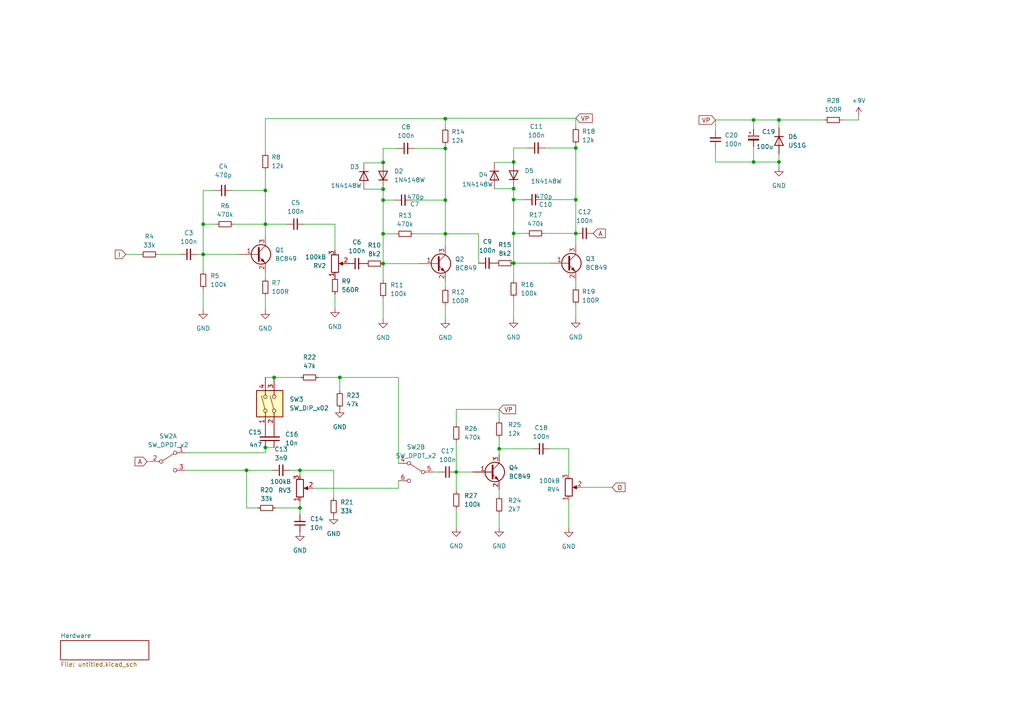
<source format=kicad_sch>
(kicad_sch (version 20230121) (generator eeschema)
  (paper "A4")
  (title_block (title "BMP - Mudbunny - Big Muff Pi") (date "2023-07-02") (rev "0.1"))
  (lib_symbols
    (symbol "Device:C_Polarized_Small" (pin_numbers hide) (pin_names (offset 0.254) hide)
      (property "Reference" "C" (at 0.254 1.778 0))
      (property "Value" "C_Polarized_Small" (at 0.254 -2.032 0))
      (symbol "C_Polarized_Small_0_1"
        (rectangle (start -1.524 -0.3048) (end 1.524 -0.6858) (fill (type outline)))
        (rectangle (start -1.524 0.6858) (end 1.524 0.3048))
        (polyline (pts (xy -1.27 1.524) (xy -0.762 1.524)))
        (polyline (pts (xy -1.016 1.27) (xy -1.016 1.778)))
      )
      (symbol "C_Polarized_Small_1_1"
        (pin passive line (at 0 2.54 270) (length 1.8542) (name "~") (number "1"))
        (pin passive line (at 0 -2.54 90) (length 1.8542) (name "~") (number "2"))
      )
    )
    (symbol "Device:C_Small" (pin_numbers hide) (pin_names (offset 0.254) hide)
      (property "Reference" "C" (at 0.254 1.778 0))
      (property "Value" "C_Small" (at 0.254 -2.032 0))
      (symbol "C_Small_0_1"
        (polyline (pts (xy -1.524 -0.508) (xy 1.524 -0.508)) (stroke (width 0.3302)))
        (polyline (pts (xy -1.524 0.508) (xy 1.524 0.508)) (stroke (width 0.3048)))
      )
      (symbol "C_Small_1_1"
        (pin passive line (at 0 2.54 270) (length 2.032) (name "~") (number "1"))
        (pin passive line (at 0 -2.54 90) (length 2.032) (name "~") (number "2"))
      )
    )
    (symbol "Device:R_Potentiometer" (pin_names (offset 1.016) hide)
      (property "Reference" "RV" (at -4.445 0 90))
      (property "Value" "R_Potentiometer" (at -2.54 0 90))
      (symbol "R_Potentiometer_0_1"
        (polyline (pts (xy 2.54 0) (xy 1.524 0)))
        (polyline (pts (xy 1.143 0) (xy 2.286 0.508) (xy 2.286 -0.508) (xy 1.143 0)) (fill (type outline)))
        (rectangle (start 1.016 2.54) (end -1.016 -2.54) (stroke (width 0.254)))
      )
      (symbol "R_Potentiometer_1_1"
        (pin passive line (at 0 3.81 270) (length 1.27) (name "1") (number "1"))
        (pin passive line (at 3.81 0 180) (length 1.27) (name "2") (number "2"))
        (pin passive line (at 0 -3.81 90) (length 1.27) (name "3") (number "3"))
      )
    )
    (symbol "Device:R_Small" (pin_numbers hide) (pin_names (offset 0.254) hide)
      (property "Reference" "R" (at 0.762 0.508 0))
      (property "Value" "R_Small" (at 0.762 -1.016 0))
      (symbol "R_Small_0_1"
        (rectangle (start -0.762 1.778) (end 0.762 -1.778) (stroke (width 0.2032)))
      )
      (symbol "R_Small_1_1"
        (pin passive line (at 0 2.54 270) (length 0.762) (name "~") (number "1"))
        (pin passive line (at 0 -2.54 90) (length 0.762) (name "~") (number "2"))
      )
    )
    (symbol "Diode:1N4148W" (pin_numbers hide) (pin_names hide)
      (property "Reference" "D" (at 0 2.54 0))
      (property "Value" "1N4148W" (at 0 -2.54 0))
      (symbol "1N4148W_0_1"
        (polyline (pts (xy -1.27 1.27) (xy -1.27 -1.27)) (stroke (width 0.254)))
        (polyline (pts (xy 1.27 0) (xy -1.27 0)))
        (polyline (pts (xy 1.27 1.27) (xy 1.27 -1.27) (xy -1.27 0) (xy 1.27 1.27)) (stroke (width 0.254)))
      )
      (symbol "1N4148W_1_1"
        (pin passive line (at -3.81 0 0) (length 2.54) (name "K") (number "1"))
        (pin passive line (at 3.81 0 180) (length 2.54) (name "A") (number "2"))
      )
    )
    (symbol "Diode:US1G" (pin_numbers hide) (pin_names hide)
      (property "Reference" "D" (at 0 2.54 0))
      (property "Value" "US1G" (at 0 -2.54 0))
      (symbol "US1G_0_1"
        (polyline (pts (xy -1.27 1.27) (xy -1.27 -1.27)) (stroke (width 0.254)))
        (polyline (pts (xy 1.27 0) (xy -1.27 0)))
        (polyline (pts (xy 1.27 1.27) (xy 1.27 -1.27) (xy -1.27 0) (xy 1.27 1.27)) (stroke (width 0.254)))
      )
      (symbol "US1G_1_1"
        (pin passive line (at -3.81 0 0) (length 2.54) (name "K") (number "1"))
        (pin passive line (at 3.81 0 180) (length 2.54) (name "A") (number "2"))
      )
    )
    (symbol "Switch:SW_DIP_x02" (pin_names (offset 0) hide)
      (property "Reference" "SW" (at 0 6.35 0))
      (property "Value" "SW_DIP_x02" (at 0 -3.81 0))
      (symbol "SW_DIP_x02_0_0"
        (circle (center -2.032 0) (radius 0.508))
        (circle (center -2.032 2.54) (radius 0.508))
        (polyline (pts (xy -1.524 0.127) (xy 2.3622 1.1684)))
        (polyline (pts (xy -1.524 2.667) (xy 2.3622 3.7084)))
        (circle (center 2.032 0) (radius 0.508))
        (circle (center 2.032 2.54) (radius 0.508))
      )
      (symbol "SW_DIP_x02_0_1"
        (rectangle (start -3.81 5.08) (end 3.81 -2.54) (stroke (width 0.254)) (fill (type background)))
      )
      (symbol "SW_DIP_x02_1_1"
        (pin passive line (at -7.62 2.54 0) (length 5.08) (name "~") (number "1"))
        (pin passive line (at -7.62 0 0) (length 5.08) (name "~") (number "2"))
        (pin passive line (at 7.62 0 180) (length 5.08) (name "~") (number "3"))
        (pin passive line (at 7.62 2.54 180) (length 5.08) (name "~") (number "4"))
      )
    )
    (symbol "Switch:SW_DPDT_x2" (pin_names (offset 0) hide)
      (property "Reference" "SW" (at 0 4.318 0))
      (property "Value" "SW_DPDT_x2" (at 0 -5.08 0))
      (symbol "SW_DPDT_x2_0_0"
        (circle (center -2.032 0) (radius 0.508))
        (circle (center 2.032 -2.54) (radius 0.508))
      )
      (symbol "SW_DPDT_x2_0_1"
        (polyline (pts (xy -1.524 0.254) (xy 1.651 2.286)))
        (circle (center 2.032 2.54) (radius 0.508))
      )
      (symbol "SW_DPDT_x2_1_1"
        (pin passive line (at 5.08 2.54 180) (length 2.54) (name "A") (number "1"))
        (pin passive line (at -5.08 0 0) (length 2.54) (name "B") (number "2"))
        (pin passive line (at 5.08 -2.54 180) (length 2.54) (name "C") (number "3"))
      )
      (symbol "SW_DPDT_x2_2_1"
        (pin passive line (at 5.08 2.54 180) (length 2.54) (name "A") (number "4"))
        (pin passive line (at -5.08 0 0) (length 2.54) (name "B") (number "5"))
        (pin passive line (at 5.08 -2.54 180) (length 2.54) (name "C") (number "6"))
      )
    )
    (symbol "Transistor_BJT:BC849" (pin_names (offset 0) hide)
      (property "Reference" "Q" (at 5.08 1.905 0))
      (property "Value" "BC849" (at 5.08 0 0))
      (symbol "BC849_0_1"
        (polyline (pts (xy 0.635 0.635) (xy 2.54 2.54)))
        (polyline (pts (xy 0.635 -0.635) (xy 2.54 -2.54) (xy 2.54 -2.54)))
        (polyline (pts (xy 0.635 1.905) (xy 0.635 -1.905) (xy 0.635 -1.905)) (stroke (width 0.508)))
        (polyline (pts (xy 1.27 -1.778) (xy 1.778 -1.27) (xy 2.286 -2.286) (xy 1.27 -1.778) (xy 1.27 -1.778)) (fill (type outline)))
        (circle (center 1.27 0) (radius 2.8194) (stroke (width 0.254)))
      )
      (symbol "BC849_1_1"
        (pin input line (at -5.08 0 0) (length 5.715) (name "B") (number "1"))
        (pin passive line (at 2.54 -5.08 90) (length 2.54) (name "E") (number "2"))
        (pin passive line (at 2.54 5.08 270) (length 2.54) (name "C") (number "3"))
      )
    )
    (symbol "power:+9V" (power) (pin_names (offset 0))
      (property "Value" "+9V" (at 0 3.556 0))
      (symbol "+9V_0_1"
        (polyline (pts (xy -0.762 1.27) (xy 0 2.54)))
        (polyline (pts (xy 0 0) (xy 0 2.54)))
        (polyline (pts (xy 0 2.54) (xy 0.762 1.27)))
      )
      (symbol "+9V_1_1"
        (pin power_in line (at 0 0 90) (length 0) hide (name "+9V") (number "1"))
      )
    )
    (symbol "power:GND" (power) (pin_names (offset 0))
      (property "Value" "GND" (at 0 -3.81 0))
      (symbol "GND_0_1"
        (polyline (pts (xy 0 0) (xy 0 -1.27) (xy 1.27 -1.27) (xy 0 -2.54) (xy -1.27 -1.27) (xy 0 -1.27)))
      )
      (symbol "GND_1_1"
        (pin power_in line (at 0 0 270) (length 0) hide (name "GND") (number "1"))
      )
    )
  )
  (junction (at 129.159 43.053))
  (junction (at 167.005 42.926))
  (junction (at 98.552 109.474))
  (junction (at 111.125 47.117))
  (junction (at 144.78 130.175))
  (junction (at 218.567 34.798))
  (junction (at 148.971 76.327))
  (junction (at 76.962 65.024))
  (junction (at 167.005 57.912))
  (junction (at 225.933 46.99))
  (junction (at 129.159 34.417))
  (junction (at 148.971 57.912))
  (junction (at 76.962 129.794))
  (junction (at 111.125 58.039))
  (junction (at 148.971 67.691))
  (junction (at 129.159 58.039))
  (junction (at 86.995 136.398))
  (junction (at 148.971 46.99))
  (junction (at 79.502 109.474))
  (junction (at 218.567 46.99))
  (junction (at 71.501 136.398))
  (junction (at 58.928 65.024))
  (junction (at 167.005 67.691))
  (junction (at 58.928 73.787))
  (junction (at 111.125 76.454))
  (junction (at 132.334 136.906))
  (junction (at 76.962 55.245))
  (junction (at 86.995 147.32))
  (junction (at 111.125 54.864))
  (junction (at 129.159 67.818))
  (junction (at 225.933 34.798))
  (junction (at 111.125 67.818))
  (junction (at 148.971 54.737))
  (wire (pts (xy 111.125 47.117) (xy 111.125 43.053)))
  (wire (pts (xy 148.971 76.327) (xy 159.385 76.327)))
  (wire (pts (xy 76.962 34.417) (xy 129.159 34.417)))
  (wire (pts (xy 167.005 67.691) (xy 167.005 71.247)))
  (wire (pts (xy 148.971 42.926) (xy 153.035 42.926)))
  (wire (pts (xy 225.933 34.798) (xy 218.567 34.798)))
  (wire (pts (xy 143.383 47.117) (xy 148.971 47.117)))
  (wire (pts (xy 144.78 148.971) (xy 144.78 153.035)))
  (wire (pts (xy 71.501 136.398) (xy 71.501 147.32)))
  (wire (pts (xy 62.23 55.245) (xy 58.928 55.245)))
  (wire (pts (xy 111.125 76.454) (xy 111.125 67.818)))
  (wire (pts (xy 218.567 42.545) (xy 218.567 46.99)))
  (wire (pts (xy 120.269 43.053) (xy 129.159 43.053)))
  (wire (pts (xy 144.78 118.745) (xy 144.78 121.92)))
  (wire (pts (xy 76.962 65.024) (xy 83.185 65.024)))
  (wire (pts (xy 138.811 76.327) (xy 138.811 67.818)))
  (wire (pts (xy 111.125 58.039) (xy 111.125 67.818)))
  (wire (pts (xy 76.962 78.867) (xy 76.962 80.772)))
  (wire (pts (xy 225.933 34.798) (xy 225.933 37.084)))
  (wire (pts (xy 86.995 136.398) (xy 86.995 137.795)))
  (wire (pts (xy 97.155 65.024) (xy 97.155 72.644)))
  (wire (pts (xy 36.449 73.787) (xy 40.767 73.787)))
  (wire (pts (xy 111.125 43.053) (xy 115.189 43.053)))
  (wire (pts (xy 143.383 54.737) (xy 148.971 54.737)))
  (wire (pts (xy 115.57 134.366) (xy 115.57 109.474)))
  (wire (pts (xy 148.971 76.327) (xy 148.971 67.691)))
  (wire (pts (xy 244.221 34.798) (xy 249.047 34.798)))
  (wire (pts (xy 125.73 136.906) (xy 127.254 136.906)))
  (wire (pts (xy 78.994 136.398) (xy 71.501 136.398)))
  (wire (pts (xy 129.159 67.818) (xy 129.159 71.374)))
  (wire (pts (xy 132.334 118.745) (xy 144.78 118.745)))
  (wire (pts (xy 79.883 147.32) (xy 86.995 147.32)))
  (wire (pts (xy 76.962 49.403) (xy 76.962 55.245)))
  (wire (pts (xy 53.848 131.318) (xy 76.962 131.318)))
  (wire (pts (xy 71.501 147.32) (xy 74.803 147.32)))
  (wire (pts (xy 76.962 55.245) (xy 76.962 65.024)))
  (wire (pts (xy 96.774 136.398) (xy 96.774 144.399)))
  (wire (pts (xy 144.78 127) (xy 144.78 130.175)))
  (wire (pts (xy 144.78 130.175) (xy 144.78 131.826)))
  (wire (pts (xy 42.672 133.858) (xy 43.688 133.858)))
  (wire (pts (xy 148.971 54.737) (xy 148.971 57.912)))
  (wire (pts (xy 57.277 73.787) (xy 58.928 73.787)))
  (wire (pts (xy 164.973 153.162) (xy 164.973 145.161)))
  (wire (pts (xy 88.265 65.024) (xy 97.155 65.024)))
  (wire (pts (xy 148.971 46.99) (xy 148.971 42.926)))
  (wire (pts (xy 111.125 86.487) (xy 111.125 92.583)))
  (wire (pts (xy 86.995 147.32) (xy 86.995 145.415)))
  (wire (pts (xy 53.848 136.398) (xy 71.501 136.398)))
  (wire (pts (xy 86.995 136.398) (xy 96.774 136.398)))
  (wire (pts (xy 45.847 73.787) (xy 52.197 73.787)))
  (wire (pts (xy 249.047 33.655) (xy 249.047 34.798)))
  (wire (pts (xy 129.159 34.29) (xy 129.159 34.417)))
  (wire (pts (xy 58.928 73.787) (xy 58.928 65.024)))
  (wire (pts (xy 167.005 42.926) (xy 167.005 57.912)))
  (wire (pts (xy 58.928 65.024) (xy 62.738 65.024)))
  (wire (pts (xy 154.432 130.175) (xy 144.78 130.175)))
  (wire (pts (xy 76.962 131.318) (xy 76.962 129.794)))
  (wire (pts (xy 159.512 130.175) (xy 164.973 130.175)))
  (wire (pts (xy 148.971 86.36) (xy 148.971 92.456)))
  (wire (pts (xy 167.005 81.407) (xy 167.005 83.312)))
  (wire (pts (xy 76.962 44.323) (xy 76.962 34.417)))
  (wire (pts (xy 167.005 88.392) (xy 167.005 92.456)))
  (wire (pts (xy 132.334 153.035) (xy 132.334 147.574)))
  (wire (pts (xy 207.518 34.798) (xy 207.518 37.973)))
  (wire (pts (xy 148.971 57.912) (xy 148.971 67.691)))
  (wire (pts (xy 138.811 67.818) (xy 129.159 67.818)))
  (wire (pts (xy 218.567 34.798) (xy 207.518 34.798)))
  (wire (pts (xy 132.334 123.063) (xy 132.334 118.745)))
  (wire (pts (xy 76.962 129.794) (xy 79.502 129.794)))
  (wire (pts (xy 111.125 76.454) (xy 111.125 81.407)))
  (wire (pts (xy 58.928 78.74) (xy 58.928 73.787)))
  (wire (pts (xy 225.933 46.99) (xy 225.933 48.514)))
  (wire (pts (xy 129.159 58.039) (xy 129.159 67.818)))
  (wire (pts (xy 177.546 141.351) (xy 168.783 141.351)))
  (wire (pts (xy 111.125 54.864) (xy 111.125 58.039)))
  (wire (pts (xy 129.159 88.519) (xy 129.159 92.583)))
  (wire (pts (xy 90.805 141.605) (xy 115.57 141.605)))
  (wire (pts (xy 115.57 141.605) (xy 115.57 139.446)))
  (wire (pts (xy 129.159 81.534) (xy 129.159 83.439)))
  (wire (pts (xy 58.928 83.82) (xy 58.928 89.916)))
  (wire (pts (xy 58.928 73.787) (xy 69.342 73.787)))
  (wire (pts (xy 132.334 136.906) (xy 137.16 136.906)))
  (wire (pts (xy 105.537 47.244) (xy 111.125 47.244)))
  (wire (pts (xy 148.971 76.327) (xy 148.971 81.28)))
  (wire (pts (xy 144.78 141.986) (xy 144.78 143.891)))
  (wire (pts (xy 148.971 54.61) (xy 148.971 54.737)))
  (wire (pts (xy 239.141 34.798) (xy 225.933 34.798)))
  (wire (pts (xy 98.552 109.474) (xy 98.552 113.411)))
  (wire (pts (xy 76.962 85.852) (xy 76.962 89.916)))
  (wire (pts (xy 152.273 57.912) (xy 148.971 57.912)))
  (wire (pts (xy 111.125 47.244) (xy 111.125 47.117)))
  (wire (pts (xy 218.567 46.99) (xy 225.933 46.99)))
  (wire (pts (xy 119.507 58.039) (xy 129.159 58.039)))
  (wire (pts (xy 67.818 65.024) (xy 76.962 65.024)))
  (wire (pts (xy 207.518 46.99) (xy 218.567 46.99)))
  (wire (pts (xy 167.005 57.912) (xy 167.005 67.691)))
  (wire (pts (xy 58.928 55.245) (xy 58.928 65.024)))
  (wire (pts (xy 129.159 42.037) (xy 129.159 43.053)))
  (wire (pts (xy 84.074 136.398) (xy 86.995 136.398)))
  (wire (pts (xy 97.155 85.344) (xy 97.155 89.408)))
  (wire (pts (xy 167.005 34.29) (xy 129.159 34.29)))
  (wire (pts (xy 76.962 65.024) (xy 76.962 68.707)))
  (wire (pts (xy 92.329 109.474) (xy 98.552 109.474)))
  (wire (pts (xy 148.971 47.117) (xy 148.971 46.99)))
  (wire (pts (xy 132.334 128.143) (xy 132.334 136.906)))
  (wire (pts (xy 115.57 109.474) (xy 98.552 109.474)))
  (wire (pts (xy 129.159 43.053) (xy 129.159 58.039)))
  (wire (pts (xy 67.31 55.245) (xy 76.962 55.245)))
  (wire (pts (xy 76.962 109.474) (xy 79.502 109.474)))
  (wire (pts (xy 129.159 34.417) (xy 129.159 36.957)))
  (wire (pts (xy 148.971 67.691) (xy 152.781 67.691)))
  (wire (pts (xy 157.353 57.912) (xy 167.005 57.912)))
  (wire (pts (xy 86.995 147.32) (xy 86.995 149.225)))
  (wire (pts (xy 167.005 34.29) (xy 167.005 36.83)))
  (wire (pts (xy 79.502 109.474) (xy 87.249 109.474)))
  (wire (pts (xy 111.125 76.454) (xy 121.539 76.454)))
  (wire (pts (xy 105.537 54.864) (xy 111.125 54.864)))
  (wire (pts (xy 132.334 136.906) (xy 132.334 142.494)))
  (wire (pts (xy 157.861 67.691) (xy 167.005 67.691)))
  (wire (pts (xy 111.125 67.818) (xy 114.935 67.818)))
  (wire (pts (xy 111.125 54.737) (xy 111.125 54.864)))
  (wire (pts (xy 218.567 34.798) (xy 218.567 37.465)))
  (wire (pts (xy 158.115 42.926) (xy 167.005 42.926)))
  (wire (pts (xy 114.427 58.039) (xy 111.125 58.039)))
  (wire (pts (xy 167.005 41.91) (xy 167.005 42.926)))
  (wire (pts (xy 120.015 67.818) (xy 129.159 67.818)))
  (wire (pts (xy 225.933 44.704) (xy 225.933 46.99)))
  (wire (pts (xy 207.518 43.053) (xy 207.518 46.99)))
  (wire (pts (xy 164.973 130.175) (xy 164.973 137.541)))
  (global_label "O" (shape input) (at 177.546 141.351 0) (property "Intersheetrefs" "${INTERSHEET_REFS}" (effects hide)))
  (global_label "VP" (shape input) (at 144.78 118.745 0) (property "Intersheetrefs" "${INTERSHEET_REFS}" (effects hide)))
  (global_label "A" (shape input) (at 172.085 67.691 0) (property "Intersheetrefs" "${INTERSHEET_REFS}" (effects hide)))
  (global_label "VP" (shape input) (at 207.518 34.798 180) (property "Intersheetrefs" "${INTERSHEET_REFS}" (effects hide)))
  (global_label "I" (shape input) (at 36.449 73.787 180) (property "Intersheetrefs" "${INTERSHEET_REFS}" (effects hide)))
  (global_label "A" (shape input) (at 42.672 133.858 180) (property "Intersheetrefs" "${INTERSHEET_REFS}" (effects hide)))
  (global_label "VP" (shape input) (at 167.005 34.29 0) (property "Intersheetrefs" "${INTERSHEET_REFS}" (effects hide)))
  (symbol (lib_id "power:GND") (at 129.159 92.583 0) (unit 1)
    (property "Reference" "#PWR020" (effects hide))
    (property "Value" "GND" (at 129.159 97.917 0))
  )
  (symbol (lib_id "Switch:SW_DPDT_x2") (at 48.768 133.858 0) (unit 1)
    (property "Reference" "SW2" (at 48.768 126.492 0))
    (property "Value" "SW_DPDT_x2" (at 48.768 129.032 0))
    (property "Footprint" "Pedal-Components:SW_Toggle_Blue_wSlots_1" (effects hide))
  )
  (symbol (lib_id "power:GND") (at 225.933 48.514 0) (unit 1)
    (property "Reference" "#PWR030" (effects hide))
    (property "Value" "GND" (at 225.933 53.848 0))
  )
  (symbol (lib_id "Device:R_Small") (at 167.005 85.852 180) (unit 1)
    (property "Reference" "R19" (at 168.783 84.582 0) (effects (justify right)))
    (property "Value" "100R" (at 168.783 87.122 0) (effects (justify right)))
    (property "Footprint" "Resistor_SMD:R_0805_2012Metric_Pad1.20x1.40mm_HandSolder" (effects hide))
  )
  (symbol (lib_id "power:+9V") (at 249.047 33.655 0) (unit 1)
    (property "Reference" "#PWR029" (effects hide))
    (property "Value" "+9V" (at 249.047 29.21 0))
  )
  (symbol (lib_id "Device:R_Small") (at 98.552 115.951 180) (unit 1)
    (property "Reference" "R23" (at 100.457 114.681 0) (effects (justify right)))
    (property "Value" "47k" (at 100.457 117.221 0) (effects (justify right)))
    (property "Footprint" "Resistor_SMD:R_0805_2012Metric_Pad1.20x1.40mm_HandSolder" (effects hide))
  )
  (symbol (lib_id "Device:R_Small") (at 241.681 34.798 270) (unit 1)
    (property "Reference" "R28" (at 241.681 29.21 90))
    (property "Value" "100R" (at 241.681 31.75 90))
    (property "Footprint" "Resistor_SMD:R_0805_2012Metric_Pad1.20x1.40mm_HandSolder" (effects hide))
  )
  (symbol (lib_id "Device:C_Small") (at 85.725 65.024 90) (unit 1)
    (property "Reference" "C5" (at 85.7313 58.801 90))
    (property "Value" "100n" (at 85.7313 61.341 90))
    (property "Footprint" "Capacitor_SMD:C_0805_2012Metric_Pad1.18x1.45mm_HandSolder" (effects hide))
  )
  (symbol (lib_id "Device:C_Small") (at 116.967 58.039 90) (unit 1)
    (property "Reference" "C7" (at 120.269 59.182 90))
    (property "Value" "470p" (at 120.523 57.15 90))
    (property "Footprint" "Capacitor_SMD:C_0805_2012Metric_Pad1.18x1.45mm_HandSolder" (effects hide))
  )
  (symbol (lib_id "Device:C_Small") (at 64.77 55.245 90) (unit 1)
    (property "Reference" "C4" (at 64.7763 48.26 90))
    (property "Value" "470p" (at 64.7763 50.8 90))
    (property "Footprint" "Capacitor_SMD:C_0805_2012Metric_Pad1.18x1.45mm_HandSolder" (effects hide))
  )
  (symbol (lib_id "Device:C_Polarized_Small") (at 218.567 40.005 0) (unit 1)
    (property "Reference" "C19" (at 220.98 38.1889 0) (effects (justify left)))
    (property "Value" "100u" (at 219.329 42.545 0) (effects (justify left)))
    (property "Footprint" "Capacitor_THT:CP_Radial_D6.3mm_P2.50mm" (effects hide))
  )
  (symbol (lib_id "Transistor_BJT:BC849") (at 164.465 76.327 0) (unit 1)
    (property "Reference" "Q3" (at 169.799 75.057 0) (effects (justify left)))
    (property "Value" "BC849" (at 169.799 77.597 0) (effects (justify left)))
    (property "Footprint" "Package_TO_SOT_SMD:SOT-23" (effects hide))
    (property "Datasheet" "http://www.infineon.com/dgdl/Infineon-BC847SERIES_BC848SERIES_BC849SERIES_BC850SERIES-DS-v01_01-en.pdf?fileId=db3a304314dca389011541d4630a1657" (effects hide))
  )
  (symbol (lib_id "Device:R_Small") (at 89.789 109.474 90) (unit 1)
    (property "Reference" "R22" (at 89.789 103.632 90))
    (property "Value" "47k" (at 89.789 106.172 90))
    (property "Footprint" "Resistor_SMD:R_0805_2012Metric_Pad1.20x1.40mm_HandSolder" (effects hide))
  )
  (symbol (lib_id "Device:C_Small") (at 103.505 76.454 90) (unit 1)
    (property "Reference" "C6" (at 103.5113 70.231 90))
    (property "Value" "100n" (at 103.5113 72.771 90))
    (property "Footprint" "Capacitor_SMD:C_0805_2012Metric_Pad1.18x1.45mm_HandSolder" (effects hide))
  )
  (symbol (lib_id "Device:R_Small") (at 144.78 146.431 180) (unit 1)
    (property "Reference" "R24" (at 147.32 145.161 0) (effects (justify right)))
    (property "Value" "2k7" (at 147.32 147.701 0) (effects (justify right)))
    (property "Footprint" "Resistor_SMD:R_0805_2012Metric_Pad1.20x1.40mm_HandSolder" (effects hide))
  )
  (symbol (lib_id "Device:C_Small") (at 154.813 57.912 90) (unit 1)
    (property "Reference" "C10" (at 158.242 59.309 90))
    (property "Value" "470p" (at 157.734 57.023 90))
    (property "Footprint" "Capacitor_SMD:C_0805_2012Metric_Pad1.18x1.45mm_HandSolder" (effects hide))
  )
  (symbol (lib_id "Diode:1N4148W") (at 111.125 50.927 90) (unit 1)
    (property "Reference" "D2" (at 114.3 49.657 90) (effects (justify right)))
    (property "Value" "1N4148W" (at 114.3 52.197 90) (effects (justify right)))
    (property "Footprint" "Diode_SMD:D_SOD-123" (effects hide))
    (property "Datasheet" "https://www.vishay.com/docs/85748/1n4148w.pdf" (effects hide))
    (property "Sim.Device" "D" (effects hide))
    (property "Sim.Pins" "1=K 2=A" (effects hide))
  )
  (symbol (lib_id "Device:C_Small") (at 169.545 67.691 90) (unit 1)
    (property "Reference" "C12" (at 169.5513 61.468 90))
    (property "Value" "100n" (at 169.5513 64.008 90))
    (property "Footprint" "Capacitor_SMD:C_0805_2012Metric_Pad1.18x1.45mm_HandSolder" (effects hide))
  )
  (symbol (lib_id "Device:R_Potentiometer") (at 164.973 141.351 0) (mirror x) (unit 1)
    (property "Reference" "RV4" (at 162.433 141.986 0) (effects (justify right)))
    (property "Value" "100kB" (at 162.433 139.446 0) (effects (justify right)))
    (property "Footprint" "Potentiometer_THT:Potentiometer_Alpha_RD901F-40-00D_Single_Vertical" (effects hide))
  )
  (symbol (lib_id "Device:C_Small") (at 141.351 76.327 90) (unit 1)
    (property "Reference" "C9" (at 141.3573 70.104 90))
    (property "Value" "100n" (at 141.3573 72.644 90))
    (property "Footprint" "Capacitor_SMD:C_0805_2012Metric_Pad1.18x1.45mm_HandSolder" (effects hide))
  )
  (symbol (lib_id "power:GND") (at 58.928 89.916 0) (unit 1)
    (property "Reference" "#PWR016" (effects hide))
    (property "Value" "GND" (at 58.928 95.25 0))
  )
  (symbol (lib_id "power:GND") (at 76.962 89.916 0) (unit 1)
    (property "Reference" "#PWR017" (effects hide))
    (property "Value" "GND" (at 76.962 95.25 0))
  )
  (symbol (lib_id "Diode:1N4148W") (at 105.537 51.054 270) (unit 1)
    (property "Reference" "D3" (at 101.473 48.387 90) (effects (justify left)))
    (property "Value" "1N4148W" (at 95.885 53.848 90) (effects (justify left)))
    (property "Footprint" "Diode_SMD:D_SOD-123" (effects hide))
    (property "Datasheet" "https://www.vishay.com/docs/85748/1n4148w.pdf" (effects hide))
    (property "Sim.Device" "D" (effects hide))
    (property "Sim.Pins" "1=K 2=A" (effects hide))
  )
  (symbol (lib_id "power:GND") (at 86.995 154.305 0) (unit 1)
    (property "Reference" "#PWR023" (effects hide))
    (property "Value" "GND" (at 86.995 159.639 0))
  )
  (symbol (lib_id "power:GND") (at 164.973 153.162 0) (unit 1)
    (property "Reference" "#PWR028" (effects hide))
    (property "Value" "GND" (at 164.973 158.496 0))
  )
  (symbol (lib_id "Diode:1N4148W") (at 148.971 50.8 90) (unit 1)
    (property "Reference" "D5" (at 152.146 49.53 90) (effects (justify right)))
    (property "Value" "1N4148W" (at 153.924 52.578 90) (effects (justify right)))
    (property "Footprint" "Diode_SMD:D_SOD-123" (effects hide))
    (property "Datasheet" "https://www.vishay.com/docs/85748/1n4148w.pdf" (effects hide))
    (property "Sim.Device" "D" (effects hide))
    (property "Sim.Pins" "1=K 2=A" (effects hide))
  )
  (symbol (lib_id "Switch:SW_DIP_x02") (at 79.502 117.094 90) (unit 1)
    (property "Reference" "SW3" (at 83.947 115.824 90) (effects (justify right)))
    (property "Value" "SW_DIP_x02" (at 83.947 118.364 90) (effects (justify right)))
    (property "Footprint" "Package_DIP:DIP-4_W7.62mm" (effects hide))
  )
  (symbol (lib_id "power:GND") (at 97.155 89.408 0) (unit 1)
    (property "Reference" "#PWR018" (effects hide))
    (property "Value" "GND" (at 97.155 94.742 0))
  )
  (symbol (lib_id "Device:C_Small") (at 207.518 40.513 180) (unit 1)
    (property "Reference" "C20" (at 210.185 39.2366 0) (effects (justify right)))
    (property "Value" "100n" (at 210.185 41.7766 0) (effects (justify right)))
    (property "Footprint" "Capacitor_SMD:C_0805_2012Metric_Pad1.18x1.45mm_HandSolder" (effects hide))
  )
  (symbol (lib_id "Device:C_Small") (at 54.737 73.787 90) (unit 1)
    (property "Reference" "C3" (at 54.7433 67.564 90))
    (property "Value" "100n" (at 54.7433 70.104 90))
    (property "Footprint" "Capacitor_SMD:C_0805_2012Metric_Pad1.18x1.45mm_HandSolder" (effects hide))
  )
  (symbol (lib_id "Device:R_Small") (at 129.159 85.979 180) (unit 1)
    (property "Reference" "R12" (at 130.937 84.709 0) (effects (justify right)))
    (property "Value" "100R" (at 130.937 87.249 0) (effects (justify right)))
    (property "Footprint" "Resistor_SMD:R_0805_2012Metric_Pad1.20x1.40mm_HandSolder" (effects hide))
  )
  (symbol (lib_id "Transistor_BJT:BC849") (at 126.619 76.454 0) (unit 1)
    (property "Reference" "Q2" (at 131.953 75.184 0) (effects (justify left)))
    (property "Value" "BC849" (at 131.953 77.724 0) (effects (justify left)))
    (property "Footprint" "Package_TO_SOT_SMD:SOT-23" (effects hide))
    (property "Datasheet" "http://www.infineon.com/dgdl/Infineon-BC847SERIES_BC848SERIES_BC849SERIES_BC850SERIES-DS-v01_01-en.pdf?fileId=db3a304314dca389011541d4630a1657" (effects hide))
  )
  (symbol (lib_id "power:GND") (at 96.774 149.479 0) (unit 1)
    (property "Reference" "#PWR024" (effects hide))
    (property "Value" "GND" (at 96.774 154.813 0))
  )
  (symbol (lib_id "Device:R_Small") (at 167.005 39.37 180) (unit 1)
    (property "Reference" "R18" (at 168.783 38.1 0) (effects (justify right)))
    (property "Value" "12k" (at 168.783 40.64 0) (effects (justify right)))
    (property "Footprint" "Resistor_SMD:R_0805_2012Metric_Pad1.20x1.40mm_HandSolder" (effects hide))
  )
  (symbol (lib_id "Device:R_Small") (at 97.155 82.804 180) (unit 1)
    (property "Reference" "R9" (at 99.06 81.534 0) (effects (justify right)))
    (property "Value" "560R" (at 99.06 84.074 0) (effects (justify right)))
    (property "Footprint" "Resistor_SMD:R_0805_2012Metric_Pad1.20x1.40mm_HandSolder" (effects hide))
  )
  (symbol (lib_id "Device:C_Small") (at 156.972 130.175 270) (unit 1)
    (property "Reference" "C18" (at 156.9656 124.079 90))
    (property "Value" "100n" (at 156.9656 126.619 90))
    (property "Footprint" "Capacitor_SMD:C_0805_2012Metric_Pad1.18x1.45mm_HandSolder" (effects hide))
  )
  (symbol (lib_id "Device:R_Small") (at 108.585 76.454 90) (unit 1)
    (property "Reference" "R10" (at 108.585 71.12 90))
    (property "Value" "8k2" (at 108.585 73.66 90))
    (property "Footprint" "Resistor_SMD:R_0805_2012Metric_Pad1.20x1.40mm_HandSolder" (effects hide))
  )
  (symbol (lib_id "Device:C_Small") (at 79.502 127.254 180) (unit 1)
    (property "Reference" "C16" (at 82.677 125.9776 0) (effects (justify right)))
    (property "Value" "10n" (at 82.677 128.5176 0) (effects (justify right)))
    (property "Footprint" "Capacitor_SMD:C_0805_2012Metric_Pad1.18x1.45mm_HandSolder" (effects hide))
  )
  (symbol (lib_id "Device:R_Small") (at 144.78 124.46 180) (unit 1)
    (property "Reference" "R25" (at 147.32 123.19 0) (effects (justify right)))
    (property "Value" "12k" (at 147.32 125.73 0) (effects (justify right)))
    (property "Footprint" "Resistor_SMD:R_0805_2012Metric_Pad1.20x1.40mm_HandSolder" (effects hide))
  )
  (symbol (lib_id "Device:R_Potentiometer") (at 97.155 76.454 0) (mirror x) (unit 1)
    (property "Reference" "RV2" (at 94.615 77.089 0) (effects (justify right)))
    (property "Value" "100kB" (at 94.615 74.549 0) (effects (justify right)))
    (property "Footprint" "Potentiometer_THT:Potentiometer_Alpha_RD901F-40-00D_Single_Vertical" (effects hide))
  )
  (symbol (lib_id "Device:R_Small") (at 65.278 65.024 90) (unit 1)
    (property "Reference" "R6" (at 65.278 59.69 90))
    (property "Value" "470k" (at 65.278 62.23 90))
    (property "Footprint" "Resistor_SMD:R_0805_2012Metric_Pad1.20x1.40mm_HandSolder" (effects hide))
  )
  (symbol (lib_id "Device:R_Small") (at 146.431 76.327 90) (unit 1)
    (property "Reference" "R15" (at 146.431 70.993 90))
    (property "Value" "8k2" (at 146.431 73.533 90))
    (property "Footprint" "Resistor_SMD:R_0805_2012Metric_Pad1.20x1.40mm_HandSolder" (effects hide))
  )
  (symbol (lib_id "Device:R_Small") (at 77.343 147.32 90) (unit 1)
    (property "Reference" "R20" (at 77.343 142.113 90))
    (property "Value" "33k" (at 77.343 144.653 90))
    (property "Footprint" "Resistor_SMD:R_0805_2012Metric_Pad1.20x1.40mm_HandSolder" (effects hide))
  )
  (symbol (lib_id "Device:R_Small") (at 43.307 73.787 90) (unit 1)
    (property "Reference" "R4" (at 43.307 68.58 90))
    (property "Value" "33k" (at 43.307 71.12 90))
    (property "Footprint" "Resistor_SMD:R_0805_2012Metric_Pad1.20x1.40mm_HandSolder" (effects hide))
  )
  (symbol (lib_id "Transistor_BJT:BC849") (at 142.24 136.906 0) (unit 1)
    (property "Reference" "Q4" (at 147.574 135.636 0) (effects (justify left)))
    (property "Value" "BC849" (at 147.574 138.176 0) (effects (justify left)))
    (property "Footprint" "Package_TO_SOT_SMD:SOT-23" (effects hide))
    (property "Datasheet" "http://www.infineon.com/dgdl/Infineon-BC847SERIES_BC848SERIES_BC849SERIES_BC850SERIES-DS-v01_01-en.pdf?fileId=db3a304314dca389011541d4630a1657" (effects hide))
  )
  (symbol (lib_id "Device:C_Small") (at 129.794 136.906 270) (unit 1)
    (property "Reference" "C17" (at 129.7876 130.81 90))
    (property "Value" "100n" (at 129.7876 133.35 90))
    (property "Footprint" "Capacitor_SMD:C_0805_2012Metric_Pad1.18x1.45mm_HandSolder" (effects hide))
  )
  (symbol (lib_id "Device:R_Small") (at 117.475 67.818 90) (unit 1)
    (property "Reference" "R13" (at 117.475 62.484 90))
    (property "Value" "470k" (at 117.475 65.024 90))
    (property "Footprint" "Resistor_SMD:R_0805_2012Metric_Pad1.20x1.40mm_HandSolder" (effects hide))
  )
  (symbol (lib_id "Transistor_BJT:BC849") (at 74.422 73.787 0) (unit 1)
    (property "Reference" "Q1" (at 79.756 72.517 0) (effects (justify left)))
    (property "Value" "BC849" (at 79.756 75.057 0) (effects (justify left)))
    (property "Footprint" "Package_TO_SOT_SMD:SOT-23" (effects hide))
    (property "Datasheet" "http://www.infineon.com/dgdl/Infineon-BC847SERIES_BC848SERIES_BC849SERIES_BC850SERIES-DS-v01_01-en.pdf?fileId=db3a304314dca389011541d4630a1657" (effects hide))
  )
  (symbol (lib_id "Device:C_Small") (at 76.962 127.254 180) (unit 1)
    (property "Reference" "C15" (at 72.009 125.349 0) (effects (justify right)))
    (property "Value" "4n7" (at 72.263 129.032 0) (effects (justify right)))
    (property "Footprint" "Capacitor_SMD:C_0805_2012Metric_Pad1.18x1.45mm_HandSolder" (effects hide))
  )
  (symbol (lib_id "power:GND") (at 111.125 92.583 0) (unit 1)
    (property "Reference" "#PWR019" (effects hide))
    (property "Value" "GND" (at 111.125 97.917 0))
  )
  (symbol (lib_id "Diode:US1G") (at 225.933 40.894 270) (unit 1)
    (property "Reference" "D6" (at 228.6 39.624 90) (effects (justify left)))
    (property "Value" "US1G" (at 228.6 42.164 90) (effects (justify left)))
    (property "Footprint" "Diode_SMD:D_SMA" (effects hide))
    (property "Datasheet" "https://www.diodes.com/assets/Datasheets/ds16008.pdf" (effects hide))
    (property "Sim.Device" "D" (effects hide))
    (property "Sim.Pins" "1=K 2=A" (effects hide))
  )
  (symbol (lib_id "Device:R_Small") (at 111.125 83.947 180) (unit 1)
    (property "Reference" "R11" (at 113.157 82.677 0) (effects (justify right)))
    (property "Value" "100k" (at 113.157 85.217 0) (effects (justify right)))
    (property "Footprint" "Resistor_SMD:R_0805_2012Metric_Pad1.20x1.40mm_HandSolder" (effects hide))
  )
  (symbol (lib_id "Device:R_Small") (at 76.962 83.312 180) (unit 1)
    (property "Reference" "R7" (at 78.74 82.042 0) (effects (justify right)))
    (property "Value" "100R" (at 78.74 84.582 0) (effects (justify right)))
    (property "Footprint" "Resistor_SMD:R_0805_2012Metric_Pad1.20x1.40mm_HandSolder" (effects hide))
  )
  (symbol (lib_id "Device:R_Small") (at 58.928 81.28 180) (unit 1)
    (property "Reference" "R5" (at 60.96 80.01 0) (effects (justify right)))
    (property "Value" "100k" (at 60.96 82.55 0) (effects (justify right)))
    (property "Footprint" "Resistor_SMD:R_0805_2012Metric_Pad1.20x1.40mm_HandSolder" (effects hide))
  )
  (symbol (lib_id "Device:R_Small") (at 129.159 39.497 180) (unit 1)
    (property "Reference" "R14" (at 130.937 38.227 0) (effects (justify right)))
    (property "Value" "12k" (at 130.937 40.767 0) (effects (justify right)))
    (property "Footprint" "Resistor_SMD:R_0805_2012Metric_Pad1.20x1.40mm_HandSolder" (effects hide))
  )
  (symbol (lib_id "Device:R_Small") (at 76.962 46.863 180) (unit 1)
    (property "Reference" "R8" (at 78.74 45.593 0) (effects (justify right)))
    (property "Value" "12k" (at 78.74 48.133 0) (effects (justify right)))
    (property "Footprint" "Resistor_SMD:R_0805_2012Metric_Pad1.20x1.40mm_HandSolder" (effects hide))
  )
  (symbol (lib_id "Device:C_Small") (at 81.534 136.398 90) (unit 1)
    (property "Reference" "C13" (at 81.5403 130.302 90))
    (property "Value" "3n9" (at 81.5403 132.842 90))
    (property "Footprint" "Capacitor_SMD:C_0805_2012Metric_Pad1.18x1.45mm_HandSolder" (effects hide))
  )
  (symbol (lib_id "Device:R_Small") (at 148.971 83.82 180) (unit 1)
    (property "Reference" "R16" (at 151.003 82.55 0) (effects (justify right)))
    (property "Value" "100k" (at 151.003 85.09 0) (effects (justify right)))
    (property "Footprint" "Resistor_SMD:R_0805_2012Metric_Pad1.20x1.40mm_HandSolder" (effects hide))
  )
  (symbol (lib_id "Device:R_Small") (at 132.334 125.603 180) (unit 1)
    (property "Reference" "R26" (at 134.62 124.333 0) (effects (justify right)))
    (property "Value" "470k" (at 134.62 126.873 0) (effects (justify right)))
    (property "Footprint" "Resistor_SMD:R_0805_2012Metric_Pad1.20x1.40mm_HandSolder" (effects hide))
  )
  (symbol (lib_id "Device:R_Small") (at 96.774 146.939 180) (unit 1)
    (property "Reference" "R21" (at 98.679 145.669 0) (effects (justify right)))
    (property "Value" "33k" (at 98.679 148.209 0) (effects (justify right)))
    (property "Footprint" "Resistor_SMD:R_0805_2012Metric_Pad1.20x1.40mm_HandSolder" (effects hide))
  )
  (symbol (lib_id "Switch:SW_DPDT_x2") (at 120.65 136.906 0) (mirror y) (unit 2)
    (property "Reference" "SW2" (at 120.65 129.667 0))
    (property "Value" "SW_DPDT_x2" (at 120.65 132.207 0))
    (property "Footprint" "Pedal-Components:SW_Toggle_Blue_wSlots_1" (effects hide))
  )
  (symbol (lib_id "power:GND") (at 144.78 153.035 0) (unit 1)
    (property "Reference" "#PWR026" (effects hide))
    (property "Value" "GND" (at 144.78 158.369 0))
  )
  (symbol (lib_id "Device:R_Small") (at 132.334 145.034 180) (unit 1)
    (property "Reference" "R27" (at 134.62 143.764 0) (effects (justify right)))
    (property "Value" "100k" (at 134.62 146.304 0) (effects (justify right)))
    (property "Footprint" "Resistor_SMD:R_0805_2012Metric_Pad1.20x1.40mm_HandSolder" (effects hide))
  )
  (symbol (lib_id "Device:R_Small") (at 155.321 67.691 90) (unit 1)
    (property "Reference" "R17" (at 155.321 62.357 90))
    (property "Value" "470k" (at 155.321 64.897 90))
    (property "Footprint" "Resistor_SMD:R_0805_2012Metric_Pad1.20x1.40mm_HandSolder" (effects hide))
  )
  (symbol (lib_id "Device:R_Potentiometer") (at 86.995 141.605 0) (mirror x) (unit 1)
    (property "Reference" "RV3" (at 84.455 142.24 0) (effects (justify right)))
    (property "Value" "100kB" (at 84.455 139.7 0) (effects (justify right)))
    (property "Footprint" "Potentiometer_THT:Potentiometer_Alpha_RD901F-40-00D_Single_Vertical" (effects hide))
  )
  (symbol (lib_id "Device:C_Small") (at 117.729 43.053 90) (unit 1)
    (property "Reference" "C8" (at 117.7353 36.83 90))
    (property "Value" "100n" (at 117.7353 39.37 90))
    (property "Footprint" "Capacitor_SMD:C_0805_2012Metric_Pad1.18x1.45mm_HandSolder" (effects hide))
  )
  (symbol (lib_id "power:GND") (at 98.552 118.491 0) (unit 1)
    (property "Reference" "#PWR025" (effects hide))
    (property "Value" "GND" (at 98.552 123.825 0))
  )
  (symbol (lib_id "power:GND") (at 148.971 92.456 0) (unit 1)
    (property "Reference" "#PWR021" (effects hide))
    (property "Value" "GND" (at 148.971 97.79 0))
  )
  (symbol (lib_id "Diode:1N4148W") (at 143.383 50.927 270) (unit 1)
    (property "Reference" "D4" (at 138.811 50.673 90) (effects (justify left)))
    (property "Value" "1N4148W" (at 133.985 53.467 90) (effects (justify left)))
    (property "Footprint" "Diode_SMD:D_SOD-123" (effects hide))
    (property "Datasheet" "https://www.vishay.com/docs/85748/1n4148w.pdf" (effects hide))
    (property "Sim.Device" "D" (effects hide))
    (property "Sim.Pins" "1=K 2=A" (effects hide))
  )
  (symbol (lib_id "power:GND") (at 132.334 153.035 0) (unit 1)
    (property "Reference" "#PWR027" (effects hide))
    (property "Value" "GND" (at 132.334 158.369 0))
  )
  (symbol (lib_id "Device:C_Small") (at 86.995 151.765 180) (unit 1)
    (property "Reference" "C14" (at 89.916 150.4886 0) (effects (justify right)))
    (property "Value" "10n" (at 89.916 153.0286 0) (effects (justify right)))
    (property "Footprint" "Capacitor_SMD:C_0805_2012Metric_Pad1.18x1.45mm_HandSolder" (effects hide))
  )
  (symbol (lib_id "Device:C_Small") (at 155.575 42.926 90) (unit 1)
    (property "Reference" "C11" (at 155.5813 36.703 90))
    (property "Value" "100n" (at 155.5813 39.243 90))
    (property "Footprint" "Capacitor_SMD:C_0805_2012Metric_Pad1.18x1.45mm_HandSolder" (effects hide))
  )
  (symbol (lib_id "power:GND") (at 167.005 92.456 0) (unit 1)
    (property "Reference" "#PWR022" (effects hide))
    (property "Value" "GND" (at 167.005 97.79 0))
  )
  (sheet (at 17.526 185.801) (size 25.654 5.588) (stroke (width 0.1524))
    (property "Sheetname" "Hardware" (at 17.526 185.0894 0) (effects (justify left bottom)))
    (property "Sheetfile" "untitled.kicad_sch" (at 17.526 191.9736 0) (effects (justify left top)))
  )
)
</source>
